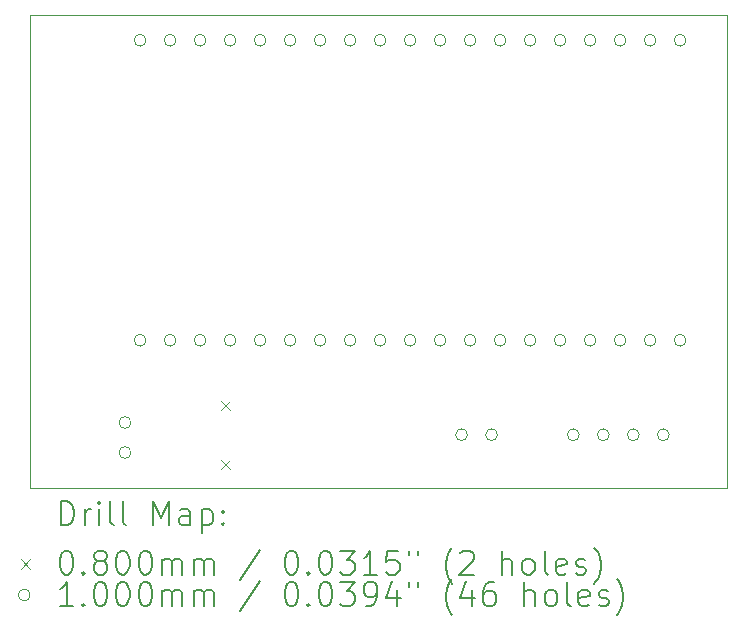
<source format=gbr>
%TF.GenerationSoftware,KiCad,Pcbnew,8.0.5*%
%TF.CreationDate,2025-05-21T15:32:08+02:00*%
%TF.ProjectId,Carte _lec Lum,43617274-6520-4e96-9c65-63204c756d2e,rev?*%
%TF.SameCoordinates,Original*%
%TF.FileFunction,Drillmap*%
%TF.FilePolarity,Positive*%
%FSLAX45Y45*%
G04 Gerber Fmt 4.5, Leading zero omitted, Abs format (unit mm)*
G04 Created by KiCad (PCBNEW 8.0.5) date 2025-05-21 15:32:08*
%MOMM*%
%LPD*%
G01*
G04 APERTURE LIST*
%ADD10C,0.050000*%
%ADD11C,0.200000*%
%ADD12C,0.100000*%
G04 APERTURE END LIST*
D10*
X14100000Y-11400000D02*
X14100000Y-7400000D01*
X20000000Y-11400000D02*
X14100000Y-11400000D01*
X20000000Y-7400000D02*
X20000000Y-11400000D01*
X14100000Y-7400000D02*
X20000000Y-7400000D01*
D11*
D12*
X15710000Y-10660000D02*
X15790000Y-10740000D01*
X15790000Y-10660000D02*
X15710000Y-10740000D01*
X15710000Y-11160000D02*
X15790000Y-11240000D01*
X15790000Y-11160000D02*
X15710000Y-11240000D01*
X14950000Y-10846000D02*
G75*
G02*
X14850000Y-10846000I-50000J0D01*
G01*
X14850000Y-10846000D02*
G75*
G02*
X14950000Y-10846000I50000J0D01*
G01*
X14950000Y-11100000D02*
G75*
G02*
X14850000Y-11100000I-50000J0D01*
G01*
X14850000Y-11100000D02*
G75*
G02*
X14950000Y-11100000I50000J0D01*
G01*
X15078000Y-7610000D02*
G75*
G02*
X14978000Y-7610000I-50000J0D01*
G01*
X14978000Y-7610000D02*
G75*
G02*
X15078000Y-7610000I50000J0D01*
G01*
X15078000Y-10150000D02*
G75*
G02*
X14978000Y-10150000I-50000J0D01*
G01*
X14978000Y-10150000D02*
G75*
G02*
X15078000Y-10150000I50000J0D01*
G01*
X15332000Y-7610000D02*
G75*
G02*
X15232000Y-7610000I-50000J0D01*
G01*
X15232000Y-7610000D02*
G75*
G02*
X15332000Y-7610000I50000J0D01*
G01*
X15332000Y-10150000D02*
G75*
G02*
X15232000Y-10150000I-50000J0D01*
G01*
X15232000Y-10150000D02*
G75*
G02*
X15332000Y-10150000I50000J0D01*
G01*
X15586000Y-7610000D02*
G75*
G02*
X15486000Y-7610000I-50000J0D01*
G01*
X15486000Y-7610000D02*
G75*
G02*
X15586000Y-7610000I50000J0D01*
G01*
X15586000Y-10150000D02*
G75*
G02*
X15486000Y-10150000I-50000J0D01*
G01*
X15486000Y-10150000D02*
G75*
G02*
X15586000Y-10150000I50000J0D01*
G01*
X15840000Y-7610000D02*
G75*
G02*
X15740000Y-7610000I-50000J0D01*
G01*
X15740000Y-7610000D02*
G75*
G02*
X15840000Y-7610000I50000J0D01*
G01*
X15840000Y-10150000D02*
G75*
G02*
X15740000Y-10150000I-50000J0D01*
G01*
X15740000Y-10150000D02*
G75*
G02*
X15840000Y-10150000I50000J0D01*
G01*
X16094000Y-7610000D02*
G75*
G02*
X15994000Y-7610000I-50000J0D01*
G01*
X15994000Y-7610000D02*
G75*
G02*
X16094000Y-7610000I50000J0D01*
G01*
X16094000Y-10150000D02*
G75*
G02*
X15994000Y-10150000I-50000J0D01*
G01*
X15994000Y-10150000D02*
G75*
G02*
X16094000Y-10150000I50000J0D01*
G01*
X16348000Y-7610000D02*
G75*
G02*
X16248000Y-7610000I-50000J0D01*
G01*
X16248000Y-7610000D02*
G75*
G02*
X16348000Y-7610000I50000J0D01*
G01*
X16348000Y-10150000D02*
G75*
G02*
X16248000Y-10150000I-50000J0D01*
G01*
X16248000Y-10150000D02*
G75*
G02*
X16348000Y-10150000I50000J0D01*
G01*
X16602000Y-7610000D02*
G75*
G02*
X16502000Y-7610000I-50000J0D01*
G01*
X16502000Y-7610000D02*
G75*
G02*
X16602000Y-7610000I50000J0D01*
G01*
X16602000Y-10150000D02*
G75*
G02*
X16502000Y-10150000I-50000J0D01*
G01*
X16502000Y-10150000D02*
G75*
G02*
X16602000Y-10150000I50000J0D01*
G01*
X16856000Y-7610000D02*
G75*
G02*
X16756000Y-7610000I-50000J0D01*
G01*
X16756000Y-7610000D02*
G75*
G02*
X16856000Y-7610000I50000J0D01*
G01*
X16856000Y-10150000D02*
G75*
G02*
X16756000Y-10150000I-50000J0D01*
G01*
X16756000Y-10150000D02*
G75*
G02*
X16856000Y-10150000I50000J0D01*
G01*
X17110000Y-7610000D02*
G75*
G02*
X17010000Y-7610000I-50000J0D01*
G01*
X17010000Y-7610000D02*
G75*
G02*
X17110000Y-7610000I50000J0D01*
G01*
X17110000Y-10150000D02*
G75*
G02*
X17010000Y-10150000I-50000J0D01*
G01*
X17010000Y-10150000D02*
G75*
G02*
X17110000Y-10150000I50000J0D01*
G01*
X17364000Y-7610000D02*
G75*
G02*
X17264000Y-7610000I-50000J0D01*
G01*
X17264000Y-7610000D02*
G75*
G02*
X17364000Y-7610000I50000J0D01*
G01*
X17364000Y-10150000D02*
G75*
G02*
X17264000Y-10150000I-50000J0D01*
G01*
X17264000Y-10150000D02*
G75*
G02*
X17364000Y-10150000I50000J0D01*
G01*
X17618000Y-7610000D02*
G75*
G02*
X17518000Y-7610000I-50000J0D01*
G01*
X17518000Y-7610000D02*
G75*
G02*
X17618000Y-7610000I50000J0D01*
G01*
X17618000Y-10150000D02*
G75*
G02*
X17518000Y-10150000I-50000J0D01*
G01*
X17518000Y-10150000D02*
G75*
G02*
X17618000Y-10150000I50000J0D01*
G01*
X17800000Y-10950000D02*
G75*
G02*
X17700000Y-10950000I-50000J0D01*
G01*
X17700000Y-10950000D02*
G75*
G02*
X17800000Y-10950000I50000J0D01*
G01*
X17872000Y-7610000D02*
G75*
G02*
X17772000Y-7610000I-50000J0D01*
G01*
X17772000Y-7610000D02*
G75*
G02*
X17872000Y-7610000I50000J0D01*
G01*
X17872000Y-10150000D02*
G75*
G02*
X17772000Y-10150000I-50000J0D01*
G01*
X17772000Y-10150000D02*
G75*
G02*
X17872000Y-10150000I50000J0D01*
G01*
X18054000Y-10950000D02*
G75*
G02*
X17954000Y-10950000I-50000J0D01*
G01*
X17954000Y-10950000D02*
G75*
G02*
X18054000Y-10950000I50000J0D01*
G01*
X18126000Y-7610000D02*
G75*
G02*
X18026000Y-7610000I-50000J0D01*
G01*
X18026000Y-7610000D02*
G75*
G02*
X18126000Y-7610000I50000J0D01*
G01*
X18126000Y-10150000D02*
G75*
G02*
X18026000Y-10150000I-50000J0D01*
G01*
X18026000Y-10150000D02*
G75*
G02*
X18126000Y-10150000I50000J0D01*
G01*
X18380000Y-7610000D02*
G75*
G02*
X18280000Y-7610000I-50000J0D01*
G01*
X18280000Y-7610000D02*
G75*
G02*
X18380000Y-7610000I50000J0D01*
G01*
X18380000Y-10150000D02*
G75*
G02*
X18280000Y-10150000I-50000J0D01*
G01*
X18280000Y-10150000D02*
G75*
G02*
X18380000Y-10150000I50000J0D01*
G01*
X18634000Y-7610000D02*
G75*
G02*
X18534000Y-7610000I-50000J0D01*
G01*
X18534000Y-7610000D02*
G75*
G02*
X18634000Y-7610000I50000J0D01*
G01*
X18634000Y-10150000D02*
G75*
G02*
X18534000Y-10150000I-50000J0D01*
G01*
X18534000Y-10150000D02*
G75*
G02*
X18634000Y-10150000I50000J0D01*
G01*
X18746000Y-10950000D02*
G75*
G02*
X18646000Y-10950000I-50000J0D01*
G01*
X18646000Y-10950000D02*
G75*
G02*
X18746000Y-10950000I50000J0D01*
G01*
X18888000Y-7610000D02*
G75*
G02*
X18788000Y-7610000I-50000J0D01*
G01*
X18788000Y-7610000D02*
G75*
G02*
X18888000Y-7610000I50000J0D01*
G01*
X18888000Y-10150000D02*
G75*
G02*
X18788000Y-10150000I-50000J0D01*
G01*
X18788000Y-10150000D02*
G75*
G02*
X18888000Y-10150000I50000J0D01*
G01*
X19000000Y-10950000D02*
G75*
G02*
X18900000Y-10950000I-50000J0D01*
G01*
X18900000Y-10950000D02*
G75*
G02*
X19000000Y-10950000I50000J0D01*
G01*
X19142000Y-7610000D02*
G75*
G02*
X19042000Y-7610000I-50000J0D01*
G01*
X19042000Y-7610000D02*
G75*
G02*
X19142000Y-7610000I50000J0D01*
G01*
X19142000Y-10150000D02*
G75*
G02*
X19042000Y-10150000I-50000J0D01*
G01*
X19042000Y-10150000D02*
G75*
G02*
X19142000Y-10150000I50000J0D01*
G01*
X19254000Y-10950000D02*
G75*
G02*
X19154000Y-10950000I-50000J0D01*
G01*
X19154000Y-10950000D02*
G75*
G02*
X19254000Y-10950000I50000J0D01*
G01*
X19396000Y-7610000D02*
G75*
G02*
X19296000Y-7610000I-50000J0D01*
G01*
X19296000Y-7610000D02*
G75*
G02*
X19396000Y-7610000I50000J0D01*
G01*
X19396000Y-10150000D02*
G75*
G02*
X19296000Y-10150000I-50000J0D01*
G01*
X19296000Y-10150000D02*
G75*
G02*
X19396000Y-10150000I50000J0D01*
G01*
X19508000Y-10950000D02*
G75*
G02*
X19408000Y-10950000I-50000J0D01*
G01*
X19408000Y-10950000D02*
G75*
G02*
X19508000Y-10950000I50000J0D01*
G01*
X19650000Y-7610000D02*
G75*
G02*
X19550000Y-7610000I-50000J0D01*
G01*
X19550000Y-7610000D02*
G75*
G02*
X19650000Y-7610000I50000J0D01*
G01*
X19650000Y-10150000D02*
G75*
G02*
X19550000Y-10150000I-50000J0D01*
G01*
X19550000Y-10150000D02*
G75*
G02*
X19650000Y-10150000I50000J0D01*
G01*
D11*
X14358277Y-11713984D02*
X14358277Y-11513984D01*
X14358277Y-11513984D02*
X14405896Y-11513984D01*
X14405896Y-11513984D02*
X14434467Y-11523508D01*
X14434467Y-11523508D02*
X14453515Y-11542555D01*
X14453515Y-11542555D02*
X14463039Y-11561603D01*
X14463039Y-11561603D02*
X14472562Y-11599698D01*
X14472562Y-11599698D02*
X14472562Y-11628269D01*
X14472562Y-11628269D02*
X14463039Y-11666365D01*
X14463039Y-11666365D02*
X14453515Y-11685412D01*
X14453515Y-11685412D02*
X14434467Y-11704460D01*
X14434467Y-11704460D02*
X14405896Y-11713984D01*
X14405896Y-11713984D02*
X14358277Y-11713984D01*
X14558277Y-11713984D02*
X14558277Y-11580650D01*
X14558277Y-11618746D02*
X14567801Y-11599698D01*
X14567801Y-11599698D02*
X14577324Y-11590174D01*
X14577324Y-11590174D02*
X14596372Y-11580650D01*
X14596372Y-11580650D02*
X14615420Y-11580650D01*
X14682086Y-11713984D02*
X14682086Y-11580650D01*
X14682086Y-11513984D02*
X14672562Y-11523508D01*
X14672562Y-11523508D02*
X14682086Y-11533031D01*
X14682086Y-11533031D02*
X14691610Y-11523508D01*
X14691610Y-11523508D02*
X14682086Y-11513984D01*
X14682086Y-11513984D02*
X14682086Y-11533031D01*
X14805896Y-11713984D02*
X14786848Y-11704460D01*
X14786848Y-11704460D02*
X14777324Y-11685412D01*
X14777324Y-11685412D02*
X14777324Y-11513984D01*
X14910658Y-11713984D02*
X14891610Y-11704460D01*
X14891610Y-11704460D02*
X14882086Y-11685412D01*
X14882086Y-11685412D02*
X14882086Y-11513984D01*
X15139229Y-11713984D02*
X15139229Y-11513984D01*
X15139229Y-11513984D02*
X15205896Y-11656841D01*
X15205896Y-11656841D02*
X15272562Y-11513984D01*
X15272562Y-11513984D02*
X15272562Y-11713984D01*
X15453515Y-11713984D02*
X15453515Y-11609222D01*
X15453515Y-11609222D02*
X15443991Y-11590174D01*
X15443991Y-11590174D02*
X15424943Y-11580650D01*
X15424943Y-11580650D02*
X15386848Y-11580650D01*
X15386848Y-11580650D02*
X15367801Y-11590174D01*
X15453515Y-11704460D02*
X15434467Y-11713984D01*
X15434467Y-11713984D02*
X15386848Y-11713984D01*
X15386848Y-11713984D02*
X15367801Y-11704460D01*
X15367801Y-11704460D02*
X15358277Y-11685412D01*
X15358277Y-11685412D02*
X15358277Y-11666365D01*
X15358277Y-11666365D02*
X15367801Y-11647317D01*
X15367801Y-11647317D02*
X15386848Y-11637793D01*
X15386848Y-11637793D02*
X15434467Y-11637793D01*
X15434467Y-11637793D02*
X15453515Y-11628269D01*
X15548753Y-11580650D02*
X15548753Y-11780650D01*
X15548753Y-11590174D02*
X15567801Y-11580650D01*
X15567801Y-11580650D02*
X15605896Y-11580650D01*
X15605896Y-11580650D02*
X15624943Y-11590174D01*
X15624943Y-11590174D02*
X15634467Y-11599698D01*
X15634467Y-11599698D02*
X15643991Y-11618746D01*
X15643991Y-11618746D02*
X15643991Y-11675888D01*
X15643991Y-11675888D02*
X15634467Y-11694936D01*
X15634467Y-11694936D02*
X15624943Y-11704460D01*
X15624943Y-11704460D02*
X15605896Y-11713984D01*
X15605896Y-11713984D02*
X15567801Y-11713984D01*
X15567801Y-11713984D02*
X15548753Y-11704460D01*
X15729705Y-11694936D02*
X15739229Y-11704460D01*
X15739229Y-11704460D02*
X15729705Y-11713984D01*
X15729705Y-11713984D02*
X15720182Y-11704460D01*
X15720182Y-11704460D02*
X15729705Y-11694936D01*
X15729705Y-11694936D02*
X15729705Y-11713984D01*
X15729705Y-11590174D02*
X15739229Y-11599698D01*
X15739229Y-11599698D02*
X15729705Y-11609222D01*
X15729705Y-11609222D02*
X15720182Y-11599698D01*
X15720182Y-11599698D02*
X15729705Y-11590174D01*
X15729705Y-11590174D02*
X15729705Y-11609222D01*
D12*
X14017500Y-12002500D02*
X14097500Y-12082500D01*
X14097500Y-12002500D02*
X14017500Y-12082500D01*
D11*
X14396372Y-11933984D02*
X14415420Y-11933984D01*
X14415420Y-11933984D02*
X14434467Y-11943508D01*
X14434467Y-11943508D02*
X14443991Y-11953031D01*
X14443991Y-11953031D02*
X14453515Y-11972079D01*
X14453515Y-11972079D02*
X14463039Y-12010174D01*
X14463039Y-12010174D02*
X14463039Y-12057793D01*
X14463039Y-12057793D02*
X14453515Y-12095888D01*
X14453515Y-12095888D02*
X14443991Y-12114936D01*
X14443991Y-12114936D02*
X14434467Y-12124460D01*
X14434467Y-12124460D02*
X14415420Y-12133984D01*
X14415420Y-12133984D02*
X14396372Y-12133984D01*
X14396372Y-12133984D02*
X14377324Y-12124460D01*
X14377324Y-12124460D02*
X14367801Y-12114936D01*
X14367801Y-12114936D02*
X14358277Y-12095888D01*
X14358277Y-12095888D02*
X14348753Y-12057793D01*
X14348753Y-12057793D02*
X14348753Y-12010174D01*
X14348753Y-12010174D02*
X14358277Y-11972079D01*
X14358277Y-11972079D02*
X14367801Y-11953031D01*
X14367801Y-11953031D02*
X14377324Y-11943508D01*
X14377324Y-11943508D02*
X14396372Y-11933984D01*
X14548753Y-12114936D02*
X14558277Y-12124460D01*
X14558277Y-12124460D02*
X14548753Y-12133984D01*
X14548753Y-12133984D02*
X14539229Y-12124460D01*
X14539229Y-12124460D02*
X14548753Y-12114936D01*
X14548753Y-12114936D02*
X14548753Y-12133984D01*
X14672562Y-12019698D02*
X14653515Y-12010174D01*
X14653515Y-12010174D02*
X14643991Y-12000650D01*
X14643991Y-12000650D02*
X14634467Y-11981603D01*
X14634467Y-11981603D02*
X14634467Y-11972079D01*
X14634467Y-11972079D02*
X14643991Y-11953031D01*
X14643991Y-11953031D02*
X14653515Y-11943508D01*
X14653515Y-11943508D02*
X14672562Y-11933984D01*
X14672562Y-11933984D02*
X14710658Y-11933984D01*
X14710658Y-11933984D02*
X14729705Y-11943508D01*
X14729705Y-11943508D02*
X14739229Y-11953031D01*
X14739229Y-11953031D02*
X14748753Y-11972079D01*
X14748753Y-11972079D02*
X14748753Y-11981603D01*
X14748753Y-11981603D02*
X14739229Y-12000650D01*
X14739229Y-12000650D02*
X14729705Y-12010174D01*
X14729705Y-12010174D02*
X14710658Y-12019698D01*
X14710658Y-12019698D02*
X14672562Y-12019698D01*
X14672562Y-12019698D02*
X14653515Y-12029222D01*
X14653515Y-12029222D02*
X14643991Y-12038746D01*
X14643991Y-12038746D02*
X14634467Y-12057793D01*
X14634467Y-12057793D02*
X14634467Y-12095888D01*
X14634467Y-12095888D02*
X14643991Y-12114936D01*
X14643991Y-12114936D02*
X14653515Y-12124460D01*
X14653515Y-12124460D02*
X14672562Y-12133984D01*
X14672562Y-12133984D02*
X14710658Y-12133984D01*
X14710658Y-12133984D02*
X14729705Y-12124460D01*
X14729705Y-12124460D02*
X14739229Y-12114936D01*
X14739229Y-12114936D02*
X14748753Y-12095888D01*
X14748753Y-12095888D02*
X14748753Y-12057793D01*
X14748753Y-12057793D02*
X14739229Y-12038746D01*
X14739229Y-12038746D02*
X14729705Y-12029222D01*
X14729705Y-12029222D02*
X14710658Y-12019698D01*
X14872562Y-11933984D02*
X14891610Y-11933984D01*
X14891610Y-11933984D02*
X14910658Y-11943508D01*
X14910658Y-11943508D02*
X14920182Y-11953031D01*
X14920182Y-11953031D02*
X14929705Y-11972079D01*
X14929705Y-11972079D02*
X14939229Y-12010174D01*
X14939229Y-12010174D02*
X14939229Y-12057793D01*
X14939229Y-12057793D02*
X14929705Y-12095888D01*
X14929705Y-12095888D02*
X14920182Y-12114936D01*
X14920182Y-12114936D02*
X14910658Y-12124460D01*
X14910658Y-12124460D02*
X14891610Y-12133984D01*
X14891610Y-12133984D02*
X14872562Y-12133984D01*
X14872562Y-12133984D02*
X14853515Y-12124460D01*
X14853515Y-12124460D02*
X14843991Y-12114936D01*
X14843991Y-12114936D02*
X14834467Y-12095888D01*
X14834467Y-12095888D02*
X14824943Y-12057793D01*
X14824943Y-12057793D02*
X14824943Y-12010174D01*
X14824943Y-12010174D02*
X14834467Y-11972079D01*
X14834467Y-11972079D02*
X14843991Y-11953031D01*
X14843991Y-11953031D02*
X14853515Y-11943508D01*
X14853515Y-11943508D02*
X14872562Y-11933984D01*
X15063039Y-11933984D02*
X15082086Y-11933984D01*
X15082086Y-11933984D02*
X15101134Y-11943508D01*
X15101134Y-11943508D02*
X15110658Y-11953031D01*
X15110658Y-11953031D02*
X15120182Y-11972079D01*
X15120182Y-11972079D02*
X15129705Y-12010174D01*
X15129705Y-12010174D02*
X15129705Y-12057793D01*
X15129705Y-12057793D02*
X15120182Y-12095888D01*
X15120182Y-12095888D02*
X15110658Y-12114936D01*
X15110658Y-12114936D02*
X15101134Y-12124460D01*
X15101134Y-12124460D02*
X15082086Y-12133984D01*
X15082086Y-12133984D02*
X15063039Y-12133984D01*
X15063039Y-12133984D02*
X15043991Y-12124460D01*
X15043991Y-12124460D02*
X15034467Y-12114936D01*
X15034467Y-12114936D02*
X15024943Y-12095888D01*
X15024943Y-12095888D02*
X15015420Y-12057793D01*
X15015420Y-12057793D02*
X15015420Y-12010174D01*
X15015420Y-12010174D02*
X15024943Y-11972079D01*
X15024943Y-11972079D02*
X15034467Y-11953031D01*
X15034467Y-11953031D02*
X15043991Y-11943508D01*
X15043991Y-11943508D02*
X15063039Y-11933984D01*
X15215420Y-12133984D02*
X15215420Y-12000650D01*
X15215420Y-12019698D02*
X15224943Y-12010174D01*
X15224943Y-12010174D02*
X15243991Y-12000650D01*
X15243991Y-12000650D02*
X15272563Y-12000650D01*
X15272563Y-12000650D02*
X15291610Y-12010174D01*
X15291610Y-12010174D02*
X15301134Y-12029222D01*
X15301134Y-12029222D02*
X15301134Y-12133984D01*
X15301134Y-12029222D02*
X15310658Y-12010174D01*
X15310658Y-12010174D02*
X15329705Y-12000650D01*
X15329705Y-12000650D02*
X15358277Y-12000650D01*
X15358277Y-12000650D02*
X15377324Y-12010174D01*
X15377324Y-12010174D02*
X15386848Y-12029222D01*
X15386848Y-12029222D02*
X15386848Y-12133984D01*
X15482086Y-12133984D02*
X15482086Y-12000650D01*
X15482086Y-12019698D02*
X15491610Y-12010174D01*
X15491610Y-12010174D02*
X15510658Y-12000650D01*
X15510658Y-12000650D02*
X15539229Y-12000650D01*
X15539229Y-12000650D02*
X15558277Y-12010174D01*
X15558277Y-12010174D02*
X15567801Y-12029222D01*
X15567801Y-12029222D02*
X15567801Y-12133984D01*
X15567801Y-12029222D02*
X15577324Y-12010174D01*
X15577324Y-12010174D02*
X15596372Y-12000650D01*
X15596372Y-12000650D02*
X15624943Y-12000650D01*
X15624943Y-12000650D02*
X15643991Y-12010174D01*
X15643991Y-12010174D02*
X15653515Y-12029222D01*
X15653515Y-12029222D02*
X15653515Y-12133984D01*
X16043991Y-11924460D02*
X15872563Y-12181603D01*
X16301134Y-11933984D02*
X16320182Y-11933984D01*
X16320182Y-11933984D02*
X16339229Y-11943508D01*
X16339229Y-11943508D02*
X16348753Y-11953031D01*
X16348753Y-11953031D02*
X16358277Y-11972079D01*
X16358277Y-11972079D02*
X16367801Y-12010174D01*
X16367801Y-12010174D02*
X16367801Y-12057793D01*
X16367801Y-12057793D02*
X16358277Y-12095888D01*
X16358277Y-12095888D02*
X16348753Y-12114936D01*
X16348753Y-12114936D02*
X16339229Y-12124460D01*
X16339229Y-12124460D02*
X16320182Y-12133984D01*
X16320182Y-12133984D02*
X16301134Y-12133984D01*
X16301134Y-12133984D02*
X16282086Y-12124460D01*
X16282086Y-12124460D02*
X16272563Y-12114936D01*
X16272563Y-12114936D02*
X16263039Y-12095888D01*
X16263039Y-12095888D02*
X16253515Y-12057793D01*
X16253515Y-12057793D02*
X16253515Y-12010174D01*
X16253515Y-12010174D02*
X16263039Y-11972079D01*
X16263039Y-11972079D02*
X16272563Y-11953031D01*
X16272563Y-11953031D02*
X16282086Y-11943508D01*
X16282086Y-11943508D02*
X16301134Y-11933984D01*
X16453515Y-12114936D02*
X16463039Y-12124460D01*
X16463039Y-12124460D02*
X16453515Y-12133984D01*
X16453515Y-12133984D02*
X16443991Y-12124460D01*
X16443991Y-12124460D02*
X16453515Y-12114936D01*
X16453515Y-12114936D02*
X16453515Y-12133984D01*
X16586848Y-11933984D02*
X16605896Y-11933984D01*
X16605896Y-11933984D02*
X16624944Y-11943508D01*
X16624944Y-11943508D02*
X16634467Y-11953031D01*
X16634467Y-11953031D02*
X16643991Y-11972079D01*
X16643991Y-11972079D02*
X16653515Y-12010174D01*
X16653515Y-12010174D02*
X16653515Y-12057793D01*
X16653515Y-12057793D02*
X16643991Y-12095888D01*
X16643991Y-12095888D02*
X16634467Y-12114936D01*
X16634467Y-12114936D02*
X16624944Y-12124460D01*
X16624944Y-12124460D02*
X16605896Y-12133984D01*
X16605896Y-12133984D02*
X16586848Y-12133984D01*
X16586848Y-12133984D02*
X16567801Y-12124460D01*
X16567801Y-12124460D02*
X16558277Y-12114936D01*
X16558277Y-12114936D02*
X16548753Y-12095888D01*
X16548753Y-12095888D02*
X16539229Y-12057793D01*
X16539229Y-12057793D02*
X16539229Y-12010174D01*
X16539229Y-12010174D02*
X16548753Y-11972079D01*
X16548753Y-11972079D02*
X16558277Y-11953031D01*
X16558277Y-11953031D02*
X16567801Y-11943508D01*
X16567801Y-11943508D02*
X16586848Y-11933984D01*
X16720182Y-11933984D02*
X16843991Y-11933984D01*
X16843991Y-11933984D02*
X16777325Y-12010174D01*
X16777325Y-12010174D02*
X16805896Y-12010174D01*
X16805896Y-12010174D02*
X16824944Y-12019698D01*
X16824944Y-12019698D02*
X16834468Y-12029222D01*
X16834468Y-12029222D02*
X16843991Y-12048269D01*
X16843991Y-12048269D02*
X16843991Y-12095888D01*
X16843991Y-12095888D02*
X16834468Y-12114936D01*
X16834468Y-12114936D02*
X16824944Y-12124460D01*
X16824944Y-12124460D02*
X16805896Y-12133984D01*
X16805896Y-12133984D02*
X16748753Y-12133984D01*
X16748753Y-12133984D02*
X16729706Y-12124460D01*
X16729706Y-12124460D02*
X16720182Y-12114936D01*
X17034468Y-12133984D02*
X16920182Y-12133984D01*
X16977325Y-12133984D02*
X16977325Y-11933984D01*
X16977325Y-11933984D02*
X16958277Y-11962555D01*
X16958277Y-11962555D02*
X16939229Y-11981603D01*
X16939229Y-11981603D02*
X16920182Y-11991127D01*
X17215420Y-11933984D02*
X17120182Y-11933984D01*
X17120182Y-11933984D02*
X17110658Y-12029222D01*
X17110658Y-12029222D02*
X17120182Y-12019698D01*
X17120182Y-12019698D02*
X17139229Y-12010174D01*
X17139229Y-12010174D02*
X17186849Y-12010174D01*
X17186849Y-12010174D02*
X17205896Y-12019698D01*
X17205896Y-12019698D02*
X17215420Y-12029222D01*
X17215420Y-12029222D02*
X17224944Y-12048269D01*
X17224944Y-12048269D02*
X17224944Y-12095888D01*
X17224944Y-12095888D02*
X17215420Y-12114936D01*
X17215420Y-12114936D02*
X17205896Y-12124460D01*
X17205896Y-12124460D02*
X17186849Y-12133984D01*
X17186849Y-12133984D02*
X17139229Y-12133984D01*
X17139229Y-12133984D02*
X17120182Y-12124460D01*
X17120182Y-12124460D02*
X17110658Y-12114936D01*
X17301134Y-11933984D02*
X17301134Y-11972079D01*
X17377325Y-11933984D02*
X17377325Y-11972079D01*
X17672563Y-12210174D02*
X17663039Y-12200650D01*
X17663039Y-12200650D02*
X17643991Y-12172079D01*
X17643991Y-12172079D02*
X17634468Y-12153031D01*
X17634468Y-12153031D02*
X17624944Y-12124460D01*
X17624944Y-12124460D02*
X17615420Y-12076841D01*
X17615420Y-12076841D02*
X17615420Y-12038746D01*
X17615420Y-12038746D02*
X17624944Y-11991127D01*
X17624944Y-11991127D02*
X17634468Y-11962555D01*
X17634468Y-11962555D02*
X17643991Y-11943508D01*
X17643991Y-11943508D02*
X17663039Y-11914936D01*
X17663039Y-11914936D02*
X17672563Y-11905412D01*
X17739230Y-11953031D02*
X17748753Y-11943508D01*
X17748753Y-11943508D02*
X17767801Y-11933984D01*
X17767801Y-11933984D02*
X17815420Y-11933984D01*
X17815420Y-11933984D02*
X17834468Y-11943508D01*
X17834468Y-11943508D02*
X17843991Y-11953031D01*
X17843991Y-11953031D02*
X17853515Y-11972079D01*
X17853515Y-11972079D02*
X17853515Y-11991127D01*
X17853515Y-11991127D02*
X17843991Y-12019698D01*
X17843991Y-12019698D02*
X17729706Y-12133984D01*
X17729706Y-12133984D02*
X17853515Y-12133984D01*
X18091611Y-12133984D02*
X18091611Y-11933984D01*
X18177325Y-12133984D02*
X18177325Y-12029222D01*
X18177325Y-12029222D02*
X18167801Y-12010174D01*
X18167801Y-12010174D02*
X18148753Y-12000650D01*
X18148753Y-12000650D02*
X18120182Y-12000650D01*
X18120182Y-12000650D02*
X18101134Y-12010174D01*
X18101134Y-12010174D02*
X18091611Y-12019698D01*
X18301134Y-12133984D02*
X18282087Y-12124460D01*
X18282087Y-12124460D02*
X18272563Y-12114936D01*
X18272563Y-12114936D02*
X18263039Y-12095888D01*
X18263039Y-12095888D02*
X18263039Y-12038746D01*
X18263039Y-12038746D02*
X18272563Y-12019698D01*
X18272563Y-12019698D02*
X18282087Y-12010174D01*
X18282087Y-12010174D02*
X18301134Y-12000650D01*
X18301134Y-12000650D02*
X18329706Y-12000650D01*
X18329706Y-12000650D02*
X18348753Y-12010174D01*
X18348753Y-12010174D02*
X18358277Y-12019698D01*
X18358277Y-12019698D02*
X18367801Y-12038746D01*
X18367801Y-12038746D02*
X18367801Y-12095888D01*
X18367801Y-12095888D02*
X18358277Y-12114936D01*
X18358277Y-12114936D02*
X18348753Y-12124460D01*
X18348753Y-12124460D02*
X18329706Y-12133984D01*
X18329706Y-12133984D02*
X18301134Y-12133984D01*
X18482087Y-12133984D02*
X18463039Y-12124460D01*
X18463039Y-12124460D02*
X18453515Y-12105412D01*
X18453515Y-12105412D02*
X18453515Y-11933984D01*
X18634468Y-12124460D02*
X18615420Y-12133984D01*
X18615420Y-12133984D02*
X18577325Y-12133984D01*
X18577325Y-12133984D02*
X18558277Y-12124460D01*
X18558277Y-12124460D02*
X18548753Y-12105412D01*
X18548753Y-12105412D02*
X18548753Y-12029222D01*
X18548753Y-12029222D02*
X18558277Y-12010174D01*
X18558277Y-12010174D02*
X18577325Y-12000650D01*
X18577325Y-12000650D02*
X18615420Y-12000650D01*
X18615420Y-12000650D02*
X18634468Y-12010174D01*
X18634468Y-12010174D02*
X18643992Y-12029222D01*
X18643992Y-12029222D02*
X18643992Y-12048269D01*
X18643992Y-12048269D02*
X18548753Y-12067317D01*
X18720182Y-12124460D02*
X18739230Y-12133984D01*
X18739230Y-12133984D02*
X18777325Y-12133984D01*
X18777325Y-12133984D02*
X18796373Y-12124460D01*
X18796373Y-12124460D02*
X18805896Y-12105412D01*
X18805896Y-12105412D02*
X18805896Y-12095888D01*
X18805896Y-12095888D02*
X18796373Y-12076841D01*
X18796373Y-12076841D02*
X18777325Y-12067317D01*
X18777325Y-12067317D02*
X18748753Y-12067317D01*
X18748753Y-12067317D02*
X18729706Y-12057793D01*
X18729706Y-12057793D02*
X18720182Y-12038746D01*
X18720182Y-12038746D02*
X18720182Y-12029222D01*
X18720182Y-12029222D02*
X18729706Y-12010174D01*
X18729706Y-12010174D02*
X18748753Y-12000650D01*
X18748753Y-12000650D02*
X18777325Y-12000650D01*
X18777325Y-12000650D02*
X18796373Y-12010174D01*
X18872563Y-12210174D02*
X18882087Y-12200650D01*
X18882087Y-12200650D02*
X18901134Y-12172079D01*
X18901134Y-12172079D02*
X18910658Y-12153031D01*
X18910658Y-12153031D02*
X18920182Y-12124460D01*
X18920182Y-12124460D02*
X18929706Y-12076841D01*
X18929706Y-12076841D02*
X18929706Y-12038746D01*
X18929706Y-12038746D02*
X18920182Y-11991127D01*
X18920182Y-11991127D02*
X18910658Y-11962555D01*
X18910658Y-11962555D02*
X18901134Y-11943508D01*
X18901134Y-11943508D02*
X18882087Y-11914936D01*
X18882087Y-11914936D02*
X18872563Y-11905412D01*
D12*
X14097500Y-12306500D02*
G75*
G02*
X13997500Y-12306500I-50000J0D01*
G01*
X13997500Y-12306500D02*
G75*
G02*
X14097500Y-12306500I50000J0D01*
G01*
D11*
X14463039Y-12397984D02*
X14348753Y-12397984D01*
X14405896Y-12397984D02*
X14405896Y-12197984D01*
X14405896Y-12197984D02*
X14386848Y-12226555D01*
X14386848Y-12226555D02*
X14367801Y-12245603D01*
X14367801Y-12245603D02*
X14348753Y-12255127D01*
X14548753Y-12378936D02*
X14558277Y-12388460D01*
X14558277Y-12388460D02*
X14548753Y-12397984D01*
X14548753Y-12397984D02*
X14539229Y-12388460D01*
X14539229Y-12388460D02*
X14548753Y-12378936D01*
X14548753Y-12378936D02*
X14548753Y-12397984D01*
X14682086Y-12197984D02*
X14701134Y-12197984D01*
X14701134Y-12197984D02*
X14720182Y-12207508D01*
X14720182Y-12207508D02*
X14729705Y-12217031D01*
X14729705Y-12217031D02*
X14739229Y-12236079D01*
X14739229Y-12236079D02*
X14748753Y-12274174D01*
X14748753Y-12274174D02*
X14748753Y-12321793D01*
X14748753Y-12321793D02*
X14739229Y-12359888D01*
X14739229Y-12359888D02*
X14729705Y-12378936D01*
X14729705Y-12378936D02*
X14720182Y-12388460D01*
X14720182Y-12388460D02*
X14701134Y-12397984D01*
X14701134Y-12397984D02*
X14682086Y-12397984D01*
X14682086Y-12397984D02*
X14663039Y-12388460D01*
X14663039Y-12388460D02*
X14653515Y-12378936D01*
X14653515Y-12378936D02*
X14643991Y-12359888D01*
X14643991Y-12359888D02*
X14634467Y-12321793D01*
X14634467Y-12321793D02*
X14634467Y-12274174D01*
X14634467Y-12274174D02*
X14643991Y-12236079D01*
X14643991Y-12236079D02*
X14653515Y-12217031D01*
X14653515Y-12217031D02*
X14663039Y-12207508D01*
X14663039Y-12207508D02*
X14682086Y-12197984D01*
X14872562Y-12197984D02*
X14891610Y-12197984D01*
X14891610Y-12197984D02*
X14910658Y-12207508D01*
X14910658Y-12207508D02*
X14920182Y-12217031D01*
X14920182Y-12217031D02*
X14929705Y-12236079D01*
X14929705Y-12236079D02*
X14939229Y-12274174D01*
X14939229Y-12274174D02*
X14939229Y-12321793D01*
X14939229Y-12321793D02*
X14929705Y-12359888D01*
X14929705Y-12359888D02*
X14920182Y-12378936D01*
X14920182Y-12378936D02*
X14910658Y-12388460D01*
X14910658Y-12388460D02*
X14891610Y-12397984D01*
X14891610Y-12397984D02*
X14872562Y-12397984D01*
X14872562Y-12397984D02*
X14853515Y-12388460D01*
X14853515Y-12388460D02*
X14843991Y-12378936D01*
X14843991Y-12378936D02*
X14834467Y-12359888D01*
X14834467Y-12359888D02*
X14824943Y-12321793D01*
X14824943Y-12321793D02*
X14824943Y-12274174D01*
X14824943Y-12274174D02*
X14834467Y-12236079D01*
X14834467Y-12236079D02*
X14843991Y-12217031D01*
X14843991Y-12217031D02*
X14853515Y-12207508D01*
X14853515Y-12207508D02*
X14872562Y-12197984D01*
X15063039Y-12197984D02*
X15082086Y-12197984D01*
X15082086Y-12197984D02*
X15101134Y-12207508D01*
X15101134Y-12207508D02*
X15110658Y-12217031D01*
X15110658Y-12217031D02*
X15120182Y-12236079D01*
X15120182Y-12236079D02*
X15129705Y-12274174D01*
X15129705Y-12274174D02*
X15129705Y-12321793D01*
X15129705Y-12321793D02*
X15120182Y-12359888D01*
X15120182Y-12359888D02*
X15110658Y-12378936D01*
X15110658Y-12378936D02*
X15101134Y-12388460D01*
X15101134Y-12388460D02*
X15082086Y-12397984D01*
X15082086Y-12397984D02*
X15063039Y-12397984D01*
X15063039Y-12397984D02*
X15043991Y-12388460D01*
X15043991Y-12388460D02*
X15034467Y-12378936D01*
X15034467Y-12378936D02*
X15024943Y-12359888D01*
X15024943Y-12359888D02*
X15015420Y-12321793D01*
X15015420Y-12321793D02*
X15015420Y-12274174D01*
X15015420Y-12274174D02*
X15024943Y-12236079D01*
X15024943Y-12236079D02*
X15034467Y-12217031D01*
X15034467Y-12217031D02*
X15043991Y-12207508D01*
X15043991Y-12207508D02*
X15063039Y-12197984D01*
X15215420Y-12397984D02*
X15215420Y-12264650D01*
X15215420Y-12283698D02*
X15224943Y-12274174D01*
X15224943Y-12274174D02*
X15243991Y-12264650D01*
X15243991Y-12264650D02*
X15272563Y-12264650D01*
X15272563Y-12264650D02*
X15291610Y-12274174D01*
X15291610Y-12274174D02*
X15301134Y-12293222D01*
X15301134Y-12293222D02*
X15301134Y-12397984D01*
X15301134Y-12293222D02*
X15310658Y-12274174D01*
X15310658Y-12274174D02*
X15329705Y-12264650D01*
X15329705Y-12264650D02*
X15358277Y-12264650D01*
X15358277Y-12264650D02*
X15377324Y-12274174D01*
X15377324Y-12274174D02*
X15386848Y-12293222D01*
X15386848Y-12293222D02*
X15386848Y-12397984D01*
X15482086Y-12397984D02*
X15482086Y-12264650D01*
X15482086Y-12283698D02*
X15491610Y-12274174D01*
X15491610Y-12274174D02*
X15510658Y-12264650D01*
X15510658Y-12264650D02*
X15539229Y-12264650D01*
X15539229Y-12264650D02*
X15558277Y-12274174D01*
X15558277Y-12274174D02*
X15567801Y-12293222D01*
X15567801Y-12293222D02*
X15567801Y-12397984D01*
X15567801Y-12293222D02*
X15577324Y-12274174D01*
X15577324Y-12274174D02*
X15596372Y-12264650D01*
X15596372Y-12264650D02*
X15624943Y-12264650D01*
X15624943Y-12264650D02*
X15643991Y-12274174D01*
X15643991Y-12274174D02*
X15653515Y-12293222D01*
X15653515Y-12293222D02*
X15653515Y-12397984D01*
X16043991Y-12188460D02*
X15872563Y-12445603D01*
X16301134Y-12197984D02*
X16320182Y-12197984D01*
X16320182Y-12197984D02*
X16339229Y-12207508D01*
X16339229Y-12207508D02*
X16348753Y-12217031D01*
X16348753Y-12217031D02*
X16358277Y-12236079D01*
X16358277Y-12236079D02*
X16367801Y-12274174D01*
X16367801Y-12274174D02*
X16367801Y-12321793D01*
X16367801Y-12321793D02*
X16358277Y-12359888D01*
X16358277Y-12359888D02*
X16348753Y-12378936D01*
X16348753Y-12378936D02*
X16339229Y-12388460D01*
X16339229Y-12388460D02*
X16320182Y-12397984D01*
X16320182Y-12397984D02*
X16301134Y-12397984D01*
X16301134Y-12397984D02*
X16282086Y-12388460D01*
X16282086Y-12388460D02*
X16272563Y-12378936D01*
X16272563Y-12378936D02*
X16263039Y-12359888D01*
X16263039Y-12359888D02*
X16253515Y-12321793D01*
X16253515Y-12321793D02*
X16253515Y-12274174D01*
X16253515Y-12274174D02*
X16263039Y-12236079D01*
X16263039Y-12236079D02*
X16272563Y-12217031D01*
X16272563Y-12217031D02*
X16282086Y-12207508D01*
X16282086Y-12207508D02*
X16301134Y-12197984D01*
X16453515Y-12378936D02*
X16463039Y-12388460D01*
X16463039Y-12388460D02*
X16453515Y-12397984D01*
X16453515Y-12397984D02*
X16443991Y-12388460D01*
X16443991Y-12388460D02*
X16453515Y-12378936D01*
X16453515Y-12378936D02*
X16453515Y-12397984D01*
X16586848Y-12197984D02*
X16605896Y-12197984D01*
X16605896Y-12197984D02*
X16624944Y-12207508D01*
X16624944Y-12207508D02*
X16634467Y-12217031D01*
X16634467Y-12217031D02*
X16643991Y-12236079D01*
X16643991Y-12236079D02*
X16653515Y-12274174D01*
X16653515Y-12274174D02*
X16653515Y-12321793D01*
X16653515Y-12321793D02*
X16643991Y-12359888D01*
X16643991Y-12359888D02*
X16634467Y-12378936D01*
X16634467Y-12378936D02*
X16624944Y-12388460D01*
X16624944Y-12388460D02*
X16605896Y-12397984D01*
X16605896Y-12397984D02*
X16586848Y-12397984D01*
X16586848Y-12397984D02*
X16567801Y-12388460D01*
X16567801Y-12388460D02*
X16558277Y-12378936D01*
X16558277Y-12378936D02*
X16548753Y-12359888D01*
X16548753Y-12359888D02*
X16539229Y-12321793D01*
X16539229Y-12321793D02*
X16539229Y-12274174D01*
X16539229Y-12274174D02*
X16548753Y-12236079D01*
X16548753Y-12236079D02*
X16558277Y-12217031D01*
X16558277Y-12217031D02*
X16567801Y-12207508D01*
X16567801Y-12207508D02*
X16586848Y-12197984D01*
X16720182Y-12197984D02*
X16843991Y-12197984D01*
X16843991Y-12197984D02*
X16777325Y-12274174D01*
X16777325Y-12274174D02*
X16805896Y-12274174D01*
X16805896Y-12274174D02*
X16824944Y-12283698D01*
X16824944Y-12283698D02*
X16834468Y-12293222D01*
X16834468Y-12293222D02*
X16843991Y-12312269D01*
X16843991Y-12312269D02*
X16843991Y-12359888D01*
X16843991Y-12359888D02*
X16834468Y-12378936D01*
X16834468Y-12378936D02*
X16824944Y-12388460D01*
X16824944Y-12388460D02*
X16805896Y-12397984D01*
X16805896Y-12397984D02*
X16748753Y-12397984D01*
X16748753Y-12397984D02*
X16729706Y-12388460D01*
X16729706Y-12388460D02*
X16720182Y-12378936D01*
X16939229Y-12397984D02*
X16977325Y-12397984D01*
X16977325Y-12397984D02*
X16996372Y-12388460D01*
X16996372Y-12388460D02*
X17005896Y-12378936D01*
X17005896Y-12378936D02*
X17024944Y-12350365D01*
X17024944Y-12350365D02*
X17034468Y-12312269D01*
X17034468Y-12312269D02*
X17034468Y-12236079D01*
X17034468Y-12236079D02*
X17024944Y-12217031D01*
X17024944Y-12217031D02*
X17015420Y-12207508D01*
X17015420Y-12207508D02*
X16996372Y-12197984D01*
X16996372Y-12197984D02*
X16958277Y-12197984D01*
X16958277Y-12197984D02*
X16939229Y-12207508D01*
X16939229Y-12207508D02*
X16929706Y-12217031D01*
X16929706Y-12217031D02*
X16920182Y-12236079D01*
X16920182Y-12236079D02*
X16920182Y-12283698D01*
X16920182Y-12283698D02*
X16929706Y-12302746D01*
X16929706Y-12302746D02*
X16939229Y-12312269D01*
X16939229Y-12312269D02*
X16958277Y-12321793D01*
X16958277Y-12321793D02*
X16996372Y-12321793D01*
X16996372Y-12321793D02*
X17015420Y-12312269D01*
X17015420Y-12312269D02*
X17024944Y-12302746D01*
X17024944Y-12302746D02*
X17034468Y-12283698D01*
X17205896Y-12264650D02*
X17205896Y-12397984D01*
X17158277Y-12188460D02*
X17110658Y-12331317D01*
X17110658Y-12331317D02*
X17234468Y-12331317D01*
X17301134Y-12197984D02*
X17301134Y-12236079D01*
X17377325Y-12197984D02*
X17377325Y-12236079D01*
X17672563Y-12474174D02*
X17663039Y-12464650D01*
X17663039Y-12464650D02*
X17643991Y-12436079D01*
X17643991Y-12436079D02*
X17634468Y-12417031D01*
X17634468Y-12417031D02*
X17624944Y-12388460D01*
X17624944Y-12388460D02*
X17615420Y-12340841D01*
X17615420Y-12340841D02*
X17615420Y-12302746D01*
X17615420Y-12302746D02*
X17624944Y-12255127D01*
X17624944Y-12255127D02*
X17634468Y-12226555D01*
X17634468Y-12226555D02*
X17643991Y-12207508D01*
X17643991Y-12207508D02*
X17663039Y-12178936D01*
X17663039Y-12178936D02*
X17672563Y-12169412D01*
X17834468Y-12264650D02*
X17834468Y-12397984D01*
X17786849Y-12188460D02*
X17739230Y-12331317D01*
X17739230Y-12331317D02*
X17863039Y-12331317D01*
X18024944Y-12197984D02*
X17986849Y-12197984D01*
X17986849Y-12197984D02*
X17967801Y-12207508D01*
X17967801Y-12207508D02*
X17958277Y-12217031D01*
X17958277Y-12217031D02*
X17939230Y-12245603D01*
X17939230Y-12245603D02*
X17929706Y-12283698D01*
X17929706Y-12283698D02*
X17929706Y-12359888D01*
X17929706Y-12359888D02*
X17939230Y-12378936D01*
X17939230Y-12378936D02*
X17948753Y-12388460D01*
X17948753Y-12388460D02*
X17967801Y-12397984D01*
X17967801Y-12397984D02*
X18005896Y-12397984D01*
X18005896Y-12397984D02*
X18024944Y-12388460D01*
X18024944Y-12388460D02*
X18034468Y-12378936D01*
X18034468Y-12378936D02*
X18043991Y-12359888D01*
X18043991Y-12359888D02*
X18043991Y-12312269D01*
X18043991Y-12312269D02*
X18034468Y-12293222D01*
X18034468Y-12293222D02*
X18024944Y-12283698D01*
X18024944Y-12283698D02*
X18005896Y-12274174D01*
X18005896Y-12274174D02*
X17967801Y-12274174D01*
X17967801Y-12274174D02*
X17948753Y-12283698D01*
X17948753Y-12283698D02*
X17939230Y-12293222D01*
X17939230Y-12293222D02*
X17929706Y-12312269D01*
X18282087Y-12397984D02*
X18282087Y-12197984D01*
X18367801Y-12397984D02*
X18367801Y-12293222D01*
X18367801Y-12293222D02*
X18358277Y-12274174D01*
X18358277Y-12274174D02*
X18339230Y-12264650D01*
X18339230Y-12264650D02*
X18310658Y-12264650D01*
X18310658Y-12264650D02*
X18291611Y-12274174D01*
X18291611Y-12274174D02*
X18282087Y-12283698D01*
X18491611Y-12397984D02*
X18472563Y-12388460D01*
X18472563Y-12388460D02*
X18463039Y-12378936D01*
X18463039Y-12378936D02*
X18453515Y-12359888D01*
X18453515Y-12359888D02*
X18453515Y-12302746D01*
X18453515Y-12302746D02*
X18463039Y-12283698D01*
X18463039Y-12283698D02*
X18472563Y-12274174D01*
X18472563Y-12274174D02*
X18491611Y-12264650D01*
X18491611Y-12264650D02*
X18520182Y-12264650D01*
X18520182Y-12264650D02*
X18539230Y-12274174D01*
X18539230Y-12274174D02*
X18548753Y-12283698D01*
X18548753Y-12283698D02*
X18558277Y-12302746D01*
X18558277Y-12302746D02*
X18558277Y-12359888D01*
X18558277Y-12359888D02*
X18548753Y-12378936D01*
X18548753Y-12378936D02*
X18539230Y-12388460D01*
X18539230Y-12388460D02*
X18520182Y-12397984D01*
X18520182Y-12397984D02*
X18491611Y-12397984D01*
X18672563Y-12397984D02*
X18653515Y-12388460D01*
X18653515Y-12388460D02*
X18643992Y-12369412D01*
X18643992Y-12369412D02*
X18643992Y-12197984D01*
X18824944Y-12388460D02*
X18805896Y-12397984D01*
X18805896Y-12397984D02*
X18767801Y-12397984D01*
X18767801Y-12397984D02*
X18748753Y-12388460D01*
X18748753Y-12388460D02*
X18739230Y-12369412D01*
X18739230Y-12369412D02*
X18739230Y-12293222D01*
X18739230Y-12293222D02*
X18748753Y-12274174D01*
X18748753Y-12274174D02*
X18767801Y-12264650D01*
X18767801Y-12264650D02*
X18805896Y-12264650D01*
X18805896Y-12264650D02*
X18824944Y-12274174D01*
X18824944Y-12274174D02*
X18834468Y-12293222D01*
X18834468Y-12293222D02*
X18834468Y-12312269D01*
X18834468Y-12312269D02*
X18739230Y-12331317D01*
X18910658Y-12388460D02*
X18929706Y-12397984D01*
X18929706Y-12397984D02*
X18967801Y-12397984D01*
X18967801Y-12397984D02*
X18986849Y-12388460D01*
X18986849Y-12388460D02*
X18996373Y-12369412D01*
X18996373Y-12369412D02*
X18996373Y-12359888D01*
X18996373Y-12359888D02*
X18986849Y-12340841D01*
X18986849Y-12340841D02*
X18967801Y-12331317D01*
X18967801Y-12331317D02*
X18939230Y-12331317D01*
X18939230Y-12331317D02*
X18920182Y-12321793D01*
X18920182Y-12321793D02*
X18910658Y-12302746D01*
X18910658Y-12302746D02*
X18910658Y-12293222D01*
X18910658Y-12293222D02*
X18920182Y-12274174D01*
X18920182Y-12274174D02*
X18939230Y-12264650D01*
X18939230Y-12264650D02*
X18967801Y-12264650D01*
X18967801Y-12264650D02*
X18986849Y-12274174D01*
X19063039Y-12474174D02*
X19072563Y-12464650D01*
X19072563Y-12464650D02*
X19091611Y-12436079D01*
X19091611Y-12436079D02*
X19101134Y-12417031D01*
X19101134Y-12417031D02*
X19110658Y-12388460D01*
X19110658Y-12388460D02*
X19120182Y-12340841D01*
X19120182Y-12340841D02*
X19120182Y-12302746D01*
X19120182Y-12302746D02*
X19110658Y-12255127D01*
X19110658Y-12255127D02*
X19101134Y-12226555D01*
X19101134Y-12226555D02*
X19091611Y-12207508D01*
X19091611Y-12207508D02*
X19072563Y-12178936D01*
X19072563Y-12178936D02*
X19063039Y-12169412D01*
M02*

</source>
